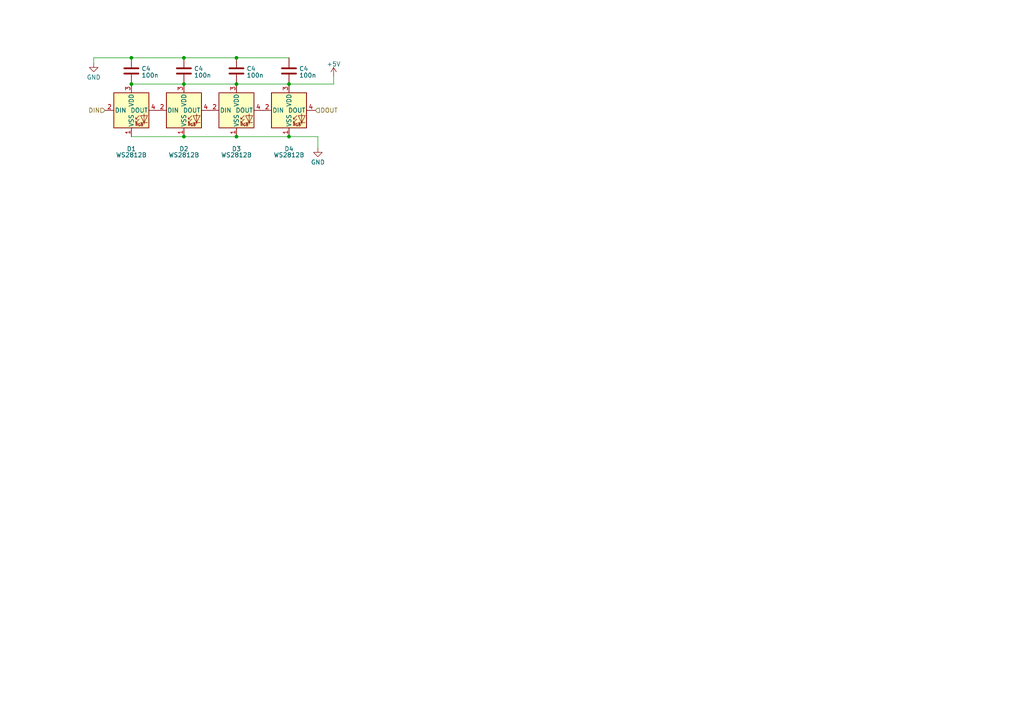
<source format=kicad_sch>
(kicad_sch (version 20230121) (generator eeschema)

  (uuid 8d8bb328-7a63-49f0-9592-43ac2c9414d7)

  (paper "A4")

  (lib_symbols
    (symbol "Device:C" (pin_numbers hide) (pin_names (offset 0.254)) (in_bom yes) (on_board yes)
      (property "Reference" "C" (at 0.635 2.54 0)
        (effects (font (size 1.27 1.27)) (justify left))
      )
      (property "Value" "C" (at 0.635 -2.54 0)
        (effects (font (size 1.27 1.27)) (justify left))
      )
      (property "Footprint" "" (at 0.9652 -3.81 0)
        (effects (font (size 1.27 1.27)) hide)
      )
      (property "Datasheet" "~" (at 0 0 0)
        (effects (font (size 1.27 1.27)) hide)
      )
      (property "ki_keywords" "cap capacitor" (at 0 0 0)
        (effects (font (size 1.27 1.27)) hide)
      )
      (property "ki_description" "Unpolarized capacitor" (at 0 0 0)
        (effects (font (size 1.27 1.27)) hide)
      )
      (property "ki_fp_filters" "C_*" (at 0 0 0)
        (effects (font (size 1.27 1.27)) hide)
      )
      (symbol "C_0_1"
        (polyline
          (pts
            (xy -2.032 -0.762)
            (xy 2.032 -0.762)
          )
          (stroke (width 0.508) (type default))
          (fill (type none))
        )
        (polyline
          (pts
            (xy -2.032 0.762)
            (xy 2.032 0.762)
          )
          (stroke (width 0.508) (type default))
          (fill (type none))
        )
      )
      (symbol "C_1_1"
        (pin passive line (at 0 3.81 270) (length 2.794)
          (name "~" (effects (font (size 1.27 1.27))))
          (number "1" (effects (font (size 1.27 1.27))))
        )
        (pin passive line (at 0 -3.81 90) (length 2.794)
          (name "~" (effects (font (size 1.27 1.27))))
          (number "2" (effects (font (size 1.27 1.27))))
        )
      )
    )
    (symbol "mapacr:XL-2121RGBC-WS2812B" (pin_names (offset 0.254)) (in_bom yes) (on_board yes)
      (property "Reference" "D" (at 5.08 5.715 0)
        (effects (font (size 1.27 1.27)) (justify right bottom))
      )
      (property "Value" "XL-2121RGBC-WS2812B" (at 1.27 -5.715 0)
        (effects (font (size 1.27 1.27)) (justify left top))
      )
      (property "Footprint" "mapacr:XL-2121RGBC-WS2812B" (at 1.27 -7.62 0)
        (effects (font (size 1.27 1.27)) (justify left top) hide)
      )
      (property "Datasheet" "https://datasheet.lcsc.com/lcsc/2301111010_XINGLIGHT-XL-2121RGBC-WS2812B_C5349957.pdf" (at 2.54 -9.525 0)
        (effects (font (size 1.27 1.27)) (justify left top) hide)
      )
      (property "JLCPCB_PART" "C5349957" (at 8.89 -12.7 0)
        (effects (font (size 1.27 1.27)))
      )
      (property "ki_keywords" "RGB LED NeoPixel addressable" (at 0 0 0)
        (effects (font (size 1.27 1.27)) hide)
      )
      (property "ki_description" "RGB LED with integrated controller" (at 0 0 0)
        (effects (font (size 1.27 1.27)) hide)
      )
      (property "ki_fp_filters" "LED*WS2812*PLCC*5.0x5.0mm*P3.2mm*" (at 0 0 0)
        (effects (font (size 1.27 1.27)) hide)
      )
      (symbol "XL-2121RGBC-WS2812B_0_0"
        (text "RGB" (at 2.286 -4.191 0)
          (effects (font (size 0.762 0.762)))
        )
      )
      (symbol "XL-2121RGBC-WS2812B_0_1"
        (rectangle (start -5.08 5.08) (end 5.08 -5.08)
          (stroke (width 0.254) (type default))
          (fill (type background))
        )
        (polyline
          (pts
            (xy 1.27 -3.556)
            (xy 1.778 -3.556)
          )
          (stroke (width 0) (type default))
          (fill (type none))
        )
        (polyline
          (pts
            (xy 1.27 -2.54)
            (xy 1.778 -2.54)
          )
          (stroke (width 0) (type default))
          (fill (type none))
        )
        (polyline
          (pts
            (xy 4.699 -3.556)
            (xy 2.667 -3.556)
          )
          (stroke (width 0) (type default))
          (fill (type none))
        )
        (polyline
          (pts
            (xy 2.286 -2.54)
            (xy 1.27 -3.556)
            (xy 1.27 -3.048)
          )
          (stroke (width 0) (type default))
          (fill (type none))
        )
        (polyline
          (pts
            (xy 2.286 -1.524)
            (xy 1.27 -2.54)
            (xy 1.27 -2.032)
          )
          (stroke (width 0) (type default))
          (fill (type none))
        )
        (polyline
          (pts
            (xy 3.683 -1.016)
            (xy 3.683 -3.556)
            (xy 3.683 -4.064)
          )
          (stroke (width 0) (type default))
          (fill (type none))
        )
        (polyline
          (pts
            (xy 4.699 -1.524)
            (xy 2.667 -1.524)
            (xy 3.683 -3.556)
            (xy 4.699 -1.524)
          )
          (stroke (width 0) (type default))
          (fill (type none))
        )
      )
      (symbol "XL-2121RGBC-WS2812B_1_1"
        (pin power_in line (at 0 -7.62 90) (length 2.54)
          (name "VSS" (effects (font (size 1.27 1.27))))
          (number "1" (effects (font (size 1.27 1.27))))
        )
        (pin input line (at -7.62 0 0) (length 2.54)
          (name "DIN" (effects (font (size 1.27 1.27))))
          (number "2" (effects (font (size 1.27 1.27))))
        )
        (pin power_in line (at 0 7.62 270) (length 2.54)
          (name "VDD" (effects (font (size 1.27 1.27))))
          (number "3" (effects (font (size 1.27 1.27))))
        )
        (pin output line (at 7.62 0 180) (length 2.54)
          (name "DOUT" (effects (font (size 1.27 1.27))))
          (number "4" (effects (font (size 1.27 1.27))))
        )
      )
    )
    (symbol "power:+5V" (power) (pin_names (offset 0)) (in_bom yes) (on_board yes)
      (property "Reference" "#PWR" (at 0 -3.81 0)
        (effects (font (size 1.27 1.27)) hide)
      )
      (property "Value" "+5V" (at 0 3.556 0)
        (effects (font (size 1.27 1.27)))
      )
      (property "Footprint" "" (at 0 0 0)
        (effects (font (size 1.27 1.27)) hide)
      )
      (property "Datasheet" "" (at 0 0 0)
        (effects (font (size 1.27 1.27)) hide)
      )
      (property "ki_keywords" "global power" (at 0 0 0)
        (effects (font (size 1.27 1.27)) hide)
      )
      (property "ki_description" "Power symbol creates a global label with name \"+5V\"" (at 0 0 0)
        (effects (font (size 1.27 1.27)) hide)
      )
      (symbol "+5V_0_1"
        (polyline
          (pts
            (xy -0.762 1.27)
            (xy 0 2.54)
          )
          (stroke (width 0) (type default))
          (fill (type none))
        )
        (polyline
          (pts
            (xy 0 0)
            (xy 0 2.54)
          )
          (stroke (width 0) (type default))
          (fill (type none))
        )
        (polyline
          (pts
            (xy 0 2.54)
            (xy 0.762 1.27)
          )
          (stroke (width 0) (type default))
          (fill (type none))
        )
      )
      (symbol "+5V_1_1"
        (pin power_in line (at 0 0 90) (length 0) hide
          (name "+5V" (effects (font (size 1.27 1.27))))
          (number "1" (effects (font (size 1.27 1.27))))
        )
      )
    )
    (symbol "power:GND" (power) (pin_names (offset 0)) (in_bom yes) (on_board yes)
      (property "Reference" "#PWR" (at 0 -6.35 0)
        (effects (font (size 1.27 1.27)) hide)
      )
      (property "Value" "GND" (at 0 -3.81 0)
        (effects (font (size 1.27 1.27)))
      )
      (property "Footprint" "" (at 0 0 0)
        (effects (font (size 1.27 1.27)) hide)
      )
      (property "Datasheet" "" (at 0 0 0)
        (effects (font (size 1.27 1.27)) hide)
      )
      (property "ki_keywords" "global power" (at 0 0 0)
        (effects (font (size 1.27 1.27)) hide)
      )
      (property "ki_description" "Power symbol creates a global label with name \"GND\" , ground" (at 0 0 0)
        (effects (font (size 1.27 1.27)) hide)
      )
      (symbol "GND_0_1"
        (polyline
          (pts
            (xy 0 0)
            (xy 0 -1.27)
            (xy 1.27 -1.27)
            (xy 0 -2.54)
            (xy -1.27 -1.27)
            (xy 0 -1.27)
          )
          (stroke (width 0) (type default))
          (fill (type none))
        )
      )
      (symbol "GND_1_1"
        (pin power_in line (at 0 0 270) (length 0) hide
          (name "GND" (effects (font (size 1.27 1.27))))
          (number "1" (effects (font (size 1.27 1.27))))
        )
      )
    )
  )

  (junction (at 53.34 24.384) (diameter 0) (color 0 0 0 0)
    (uuid 01047e34-fd3b-41c1-b020-04c115adbf36)
  )
  (junction (at 68.58 39.624) (diameter 0) (color 0 0 0 0)
    (uuid 115712de-ebdd-44cd-b38a-f6e429661290)
  )
  (junction (at 38.1 16.764) (diameter 0) (color 0 0 0 0)
    (uuid 68660f96-b025-498a-8ce0-c11713b883c4)
  )
  (junction (at 68.58 16.764) (diameter 0) (color 0 0 0 0)
    (uuid 6933934f-2474-47c3-b5a2-649293d2e2dc)
  )
  (junction (at 83.82 39.624) (diameter 0) (color 0 0 0 0)
    (uuid 915d7470-41ba-45da-96e8-8076fe0fc040)
  )
  (junction (at 83.82 24.384) (diameter 0) (color 0 0 0 0)
    (uuid a0c98261-7fc4-4232-a753-84a83af256fd)
  )
  (junction (at 53.34 39.624) (diameter 0) (color 0 0 0 0)
    (uuid c00b779e-6b42-439d-8bbb-7f3760791a57)
  )
  (junction (at 53.34 16.764) (diameter 0) (color 0 0 0 0)
    (uuid c7402c0e-8499-4a72-8112-89b14233d17e)
  )
  (junction (at 68.58 24.384) (diameter 0) (color 0 0 0 0)
    (uuid dbf058b2-ae77-4fa4-964d-94cfbebc4c26)
  )
  (junction (at 38.1 24.384) (diameter 0) (color 0 0 0 0)
    (uuid f8f5fab6-0398-4239-b929-8ec945e96a4c)
  )

  (wire (pts (xy 53.34 16.764) (xy 38.1 16.764))
    (stroke (width 0) (type default))
    (uuid 04ec645d-e8b6-45fa-8c05-964265416a3e)
  )
  (wire (pts (xy 38.1 16.764) (xy 27.178 16.764))
    (stroke (width 0) (type default))
    (uuid 187bc13d-46e8-44d5-8e3e-b39ab3274e9d)
  )
  (wire (pts (xy 92.202 39.624) (xy 92.202 42.926))
    (stroke (width 0) (type default))
    (uuid 32bf59c5-fbc2-454a-8647-cfe2d70e5112)
  )
  (wire (pts (xy 38.1 24.384) (xy 53.34 24.384))
    (stroke (width 0) (type default))
    (uuid 3ece8a64-f4b4-45e7-a333-32b8ff80bef0)
  )
  (wire (pts (xy 27.178 16.764) (xy 27.178 18.288))
    (stroke (width 0) (type default))
    (uuid 5890c26b-bd07-4d2e-a197-94caeac3c671)
  )
  (wire (pts (xy 38.1 39.624) (xy 53.34 39.624))
    (stroke (width 0) (type default))
    (uuid 675899c9-534e-49b1-93bb-8a98b7c7647e)
  )
  (wire (pts (xy 53.34 24.384) (xy 68.58 24.384))
    (stroke (width 0) (type default))
    (uuid 6d13fdc7-47ce-4cd6-82cf-9c141fc980d4)
  )
  (wire (pts (xy 83.82 24.384) (xy 96.774 24.384))
    (stroke (width 0) (type default))
    (uuid 998753a2-b1b5-4211-a9e6-6a6f4607bb5d)
  )
  (wire (pts (xy 83.82 16.764) (xy 68.58 16.764))
    (stroke (width 0) (type default))
    (uuid a0ec93ab-078b-4931-92b1-bc8fb532d97b)
  )
  (wire (pts (xy 53.34 39.624) (xy 68.58 39.624))
    (stroke (width 0) (type default))
    (uuid a36a33c1-b767-4040-bc62-4bd6b2e9f788)
  )
  (wire (pts (xy 96.774 22.098) (xy 96.774 24.384))
    (stroke (width 0) (type default))
    (uuid cca3d459-22e7-4848-a153-e6a31ae5a93c)
  )
  (wire (pts (xy 68.58 39.624) (xy 83.82 39.624))
    (stroke (width 0) (type default))
    (uuid d2867f2c-f980-4a4f-b59a-caf0f07c1204)
  )
  (wire (pts (xy 68.58 24.384) (xy 83.82 24.384))
    (stroke (width 0) (type default))
    (uuid fb886a46-dbea-4921-b196-767ec891fbf8)
  )
  (wire (pts (xy 83.82 39.624) (xy 92.202 39.624))
    (stroke (width 0) (type default))
    (uuid ff48a353-e403-4fab-9115-7451372fedcb)
  )
  (wire (pts (xy 68.58 16.764) (xy 53.34 16.764))
    (stroke (width 0) (type default))
    (uuid ff4e2340-5714-48ea-8dc2-56c72dc96544)
  )

  (hierarchical_label "DIN" (shape input) (at 30.48 32.004 180) (fields_autoplaced)
    (effects (font (size 1.27 1.27)) (justify right))
    (uuid 0ddf8c14-89c9-4d05-8cdc-cda5a4ec2d92)
  )
  (hierarchical_label "DOUT" (shape input) (at 91.44 32.004 0) (fields_autoplaced)
    (effects (font (size 1.27 1.27)) (justify left))
    (uuid 55d84dd9-1af2-4c9d-ade8-900f2120be5a)
  )

  (symbol (lib_id "mapacr:XL-2121RGBC-WS2812B") (at 68.58 32.004 0) (unit 1)
    (in_bom yes) (on_board yes) (dnp no)
    (uuid 1f3d7d8f-cd28-44eb-a720-1067376b6ad6)
    (property "Reference" "D3" (at 68.58 43.18 0)
      (effects (font (size 1.27 1.27)))
    )
    (property "Value" "WS2812B" (at 68.58 44.958 0)
      (effects (font (size 1.27 1.27)))
    )
    (property "Footprint" "mapacr:XL-2121RGBC-WS2812B" (at 69.85 39.624 0)
      (effects (font (size 1.27 1.27)) (justify left top) hide)
    )
    (property "Datasheet" "https://datasheet.lcsc.com/lcsc/2301111010_XINGLIGHT-XL-2121RGBC-WS2812B_C5349957.pdf" (at 71.12 41.529 0)
      (effects (font (size 1.27 1.27)) (justify left top) hide)
    )
    (property "JLCPCB_PART" "C5349957" (at 68.58 32.004 0)
      (effects (font (size 1.27 1.27)) hide)
    )
    (pin "1" (uuid 4f30833b-e371-4f3e-9872-9b82c1b747bc))
    (pin "2" (uuid b66a71a5-3623-4d5d-a72a-339e745b16c2))
    (pin "3" (uuid e8382f29-9aa7-4900-a2cb-e77253a085f1))
    (pin "4" (uuid 57f367f8-c6cb-4afa-936b-49fa8d783718))
    (instances
      (project "mapacr_budget"
        (path "/71b974b8-1ba1-4062-b002-6a1a7fefb29b/f52dec1b-c982-41db-b30e-ceff01a37811"
          (reference "D3") (unit 1)
        )
        (path "/71b974b8-1ba1-4062-b002-6a1a7fefb29b/402cd8cc-f516-424c-85a0-522f37d43c49"
          (reference "D62") (unit 1)
        )
        (path "/71b974b8-1ba1-4062-b002-6a1a7fefb29b/406a379a-0026-4462-a438-13893326d56e"
          (reference "D69") (unit 1)
        )
        (path "/71b974b8-1ba1-4062-b002-6a1a7fefb29b/61e8544f-1984-44ab-b3c9-02e9f2cb8537"
          (reference "D101") (unit 1)
        )
        (path "/71b974b8-1ba1-4062-b002-6a1a7fefb29b/45742699-6e65-4de0-9a9f-deffae99a3e2"
          (reference "D114") (unit 1)
        )
        (path "/71b974b8-1ba1-4062-b002-6a1a7fefb29b/fd207ae8-3562-48d7-a269-49069aa87ee2"
          (reference "D135") (unit 1)
        )
        (path "/71b974b8-1ba1-4062-b002-6a1a7fefb29b/efb310ba-6218-4192-a0b7-3542a75ac5f7"
          (reference "D149") (unit 1)
        )
        (path "/71b974b8-1ba1-4062-b002-6a1a7fefb29b/9ae854d1-0d72-426c-85fa-670aa3eaa4e9"
          (reference "D170") (unit 1)
        )
        (path "/71b974b8-1ba1-4062-b002-6a1a7fefb29b/4d9fab85-4e20-4961-b776-60f98c0c1888"
          (reference "D185") (unit 1)
        )
        (path "/71b974b8-1ba1-4062-b002-6a1a7fefb29b/78103047-5bab-49fc-ab7a-b39956314c55"
          (reference "D200") (unit 1)
        )
      )
    )
  )

  (symbol (lib_id "power:GND") (at 92.202 42.926 0) (unit 1)
    (in_bom yes) (on_board yes) (dnp no) (fields_autoplaced)
    (uuid 3d76f79f-e93d-4b79-bb17-be83d2854340)
    (property "Reference" "#PWR02" (at 92.202 49.276 0)
      (effects (font (size 1.27 1.27)) hide)
    )
    (property "Value" "GND" (at 92.202 47.0615 0)
      (effects (font (size 1.27 1.27)))
    )
    (property "Footprint" "" (at 92.202 42.926 0)
      (effects (font (size 1.27 1.27)) hide)
    )
    (property "Datasheet" "" (at 92.202 42.926 0)
      (effects (font (size 1.27 1.27)) hide)
    )
    (pin "1" (uuid 8e4c9fff-ca5e-4ce2-8f8b-be553e423cdf))
    (instances
      (project "mapacr_budget"
        (path "/71b974b8-1ba1-4062-b002-6a1a7fefb29b/f52dec1b-c982-41db-b30e-ceff01a37811"
          (reference "#PWR02") (unit 1)
        )
        (path "/71b974b8-1ba1-4062-b002-6a1a7fefb29b/402cd8cc-f516-424c-85a0-522f37d43c49"
          (reference "#PWR020") (unit 1)
        )
        (path "/71b974b8-1ba1-4062-b002-6a1a7fefb29b/406a379a-0026-4462-a438-13893326d56e"
          (reference "#PWR026") (unit 1)
        )
        (path "/71b974b8-1ba1-4062-b002-6a1a7fefb29b/61e8544f-1984-44ab-b3c9-02e9f2cb8537"
          (reference "#PWR038") (unit 1)
        )
        (path "/71b974b8-1ba1-4062-b002-6a1a7fefb29b/45742699-6e65-4de0-9a9f-deffae99a3e2"
          (reference "#PWR044") (unit 1)
        )
        (path "/71b974b8-1ba1-4062-b002-6a1a7fefb29b/fd207ae8-3562-48d7-a269-49069aa87ee2"
          (reference "#PWR050") (unit 1)
        )
        (path "/71b974b8-1ba1-4062-b002-6a1a7fefb29b/efb310ba-6218-4192-a0b7-3542a75ac5f7"
          (reference "#PWR056") (unit 1)
        )
        (path "/71b974b8-1ba1-4062-b002-6a1a7fefb29b/9ae854d1-0d72-426c-85fa-670aa3eaa4e9"
          (reference "#PWR062") (unit 1)
        )
        (path "/71b974b8-1ba1-4062-b002-6a1a7fefb29b/4d9fab85-4e20-4961-b776-60f98c0c1888"
          (reference "#PWR070") (unit 1)
        )
        (path "/71b974b8-1ba1-4062-b002-6a1a7fefb29b/78103047-5bab-49fc-ab7a-b39956314c55"
          (reference "#PWR078") (unit 1)
        )
      )
    )
  )

  (symbol (lib_id "Device:C") (at 53.34 20.574 0) (unit 1)
    (in_bom yes) (on_board yes) (dnp no) (fields_autoplaced)
    (uuid 4c6c8b96-7361-46cb-b6d9-d2f9e249e93b)
    (property "Reference" "C4" (at 56.261 19.9303 0)
      (effects (font (size 1.27 1.27)) (justify left))
    )
    (property "Value" "100n" (at 56.261 21.8513 0)
      (effects (font (size 1.27 1.27)) (justify left))
    )
    (property "Footprint" "Capacitor_SMD:C_0402_1005Metric" (at 54.3052 24.384 0)
      (effects (font (size 1.27 1.27)) hide)
    )
    (property "Datasheet" "~" (at 53.34 20.574 0)
      (effects (font (size 1.27 1.27)) hide)
    )
    (property "JLCPCB_PART" "C1525" (at 53.34 20.574 0)
      (effects (font (size 1.27 1.27)) hide)
    )
    (pin "1" (uuid 27170c40-6490-453c-a48d-fa8fa6150a0e))
    (pin "2" (uuid 669faf90-e212-4e4c-873d-3c7ad640d873))
    (instances
      (project "mapacr_budget"
        (path "/71b974b8-1ba1-4062-b002-6a1a7fefb29b"
          (reference "C4") (unit 1)
        )
        (path "/71b974b8-1ba1-4062-b002-6a1a7fefb29b/f52dec1b-c982-41db-b30e-ceff01a37811"
          (reference "C21") (unit 1)
        )
        (path "/71b974b8-1ba1-4062-b002-6a1a7fefb29b/402cd8cc-f516-424c-85a0-522f37d43c49"
          (reference "C22") (unit 1)
        )
        (path "/71b974b8-1ba1-4062-b002-6a1a7fefb29b/406a379a-0026-4462-a438-13893326d56e"
          (reference "C23") (unit 1)
        )
        (path "/71b974b8-1ba1-4062-b002-6a1a7fefb29b/61e8544f-1984-44ab-b3c9-02e9f2cb8537"
          (reference "C24") (unit 1)
        )
        (path "/71b974b8-1ba1-4062-b002-6a1a7fefb29b/45742699-6e65-4de0-9a9f-deffae99a3e2"
          (reference "C25") (unit 1)
        )
        (path "/71b974b8-1ba1-4062-b002-6a1a7fefb29b/fd207ae8-3562-48d7-a269-49069aa87ee2"
          (reference "C26") (unit 1)
        )
        (path "/71b974b8-1ba1-4062-b002-6a1a7fefb29b/efb310ba-6218-4192-a0b7-3542a75ac5f7"
          (reference "C27") (unit 1)
        )
        (path "/71b974b8-1ba1-4062-b002-6a1a7fefb29b/9ae854d1-0d72-426c-85fa-670aa3eaa4e9"
          (reference "C28") (unit 1)
        )
        (path "/71b974b8-1ba1-4062-b002-6a1a7fefb29b/4d9fab85-4e20-4961-b776-60f98c0c1888"
          (reference "C29") (unit 1)
        )
        (path "/71b974b8-1ba1-4062-b002-6a1a7fefb29b/78103047-5bab-49fc-ab7a-b39956314c55"
          (reference "C30") (unit 1)
        )
      )
      (project "mapacr_controller"
        (path "/c2c1ed0a-c892-43f8-b0d8-e01dd6d47873"
          (reference "C4") (unit 1)
        )
      )
    )
  )

  (symbol (lib_id "power:+5V") (at 96.774 22.098 0) (unit 1)
    (in_bom yes) (on_board yes) (dnp no) (fields_autoplaced)
    (uuid 585d3ce0-f679-4bad-8035-9a6d16a64544)
    (property "Reference" "#PWR01" (at 96.774 25.908 0)
      (effects (font (size 1.27 1.27)) hide)
    )
    (property "Value" "+5V" (at 96.774 18.5961 0)
      (effects (font (size 1.27 1.27)))
    )
    (property "Footprint" "" (at 96.774 22.098 0)
      (effects (font (size 1.27 1.27)) hide)
    )
    (property "Datasheet" "" (at 96.774 22.098 0)
      (effects (font (size 1.27 1.27)) hide)
    )
    (pin "1" (uuid 57320ffe-7ce1-40e2-b437-0660642fe674))
    (instances
      (project "mapacr_budget"
        (path "/71b974b8-1ba1-4062-b002-6a1a7fefb29b/f52dec1b-c982-41db-b30e-ceff01a37811"
          (reference "#PWR01") (unit 1)
        )
        (path "/71b974b8-1ba1-4062-b002-6a1a7fefb29b/402cd8cc-f516-424c-85a0-522f37d43c49"
          (reference "#PWR019") (unit 1)
        )
        (path "/71b974b8-1ba1-4062-b002-6a1a7fefb29b/406a379a-0026-4462-a438-13893326d56e"
          (reference "#PWR025") (unit 1)
        )
        (path "/71b974b8-1ba1-4062-b002-6a1a7fefb29b/61e8544f-1984-44ab-b3c9-02e9f2cb8537"
          (reference "#PWR037") (unit 1)
        )
        (path "/71b974b8-1ba1-4062-b002-6a1a7fefb29b/45742699-6e65-4de0-9a9f-deffae99a3e2"
          (reference "#PWR043") (unit 1)
        )
        (path "/71b974b8-1ba1-4062-b002-6a1a7fefb29b/fd207ae8-3562-48d7-a269-49069aa87ee2"
          (reference "#PWR049") (unit 1)
        )
        (path "/71b974b8-1ba1-4062-b002-6a1a7fefb29b/efb310ba-6218-4192-a0b7-3542a75ac5f7"
          (reference "#PWR055") (unit 1)
        )
        (path "/71b974b8-1ba1-4062-b002-6a1a7fefb29b/9ae854d1-0d72-426c-85fa-670aa3eaa4e9"
          (reference "#PWR061") (unit 1)
        )
        (path "/71b974b8-1ba1-4062-b002-6a1a7fefb29b/4d9fab85-4e20-4961-b776-60f98c0c1888"
          (reference "#PWR069") (unit 1)
        )
        (path "/71b974b8-1ba1-4062-b002-6a1a7fefb29b/78103047-5bab-49fc-ab7a-b39956314c55"
          (reference "#PWR077") (unit 1)
        )
      )
    )
  )

  (symbol (lib_id "mapacr:XL-2121RGBC-WS2812B") (at 53.34 32.004 0) (unit 1)
    (in_bom yes) (on_board yes) (dnp no)
    (uuid 7ec2074e-7e5c-4978-b6f5-7238499ffb11)
    (property "Reference" "D2" (at 53.34 43.18 0)
      (effects (font (size 1.27 1.27)))
    )
    (property "Value" "WS2812B" (at 53.34 44.958 0)
      (effects (font (size 1.27 1.27)))
    )
    (property "Footprint" "mapacr:XL-2121RGBC-WS2812B" (at 54.61 39.624 0)
      (effects (font (size 1.27 1.27)) (justify left top) hide)
    )
    (property "Datasheet" "https://datasheet.lcsc.com/lcsc/2301111010_XINGLIGHT-XL-2121RGBC-WS2812B_C5349957.pdf" (at 55.88 41.529 0)
      (effects (font (size 1.27 1.27)) (justify left top) hide)
    )
    (property "JLCPCB_PART" "C5349957" (at 53.34 32.004 0)
      (effects (font (size 1.27 1.27)) hide)
    )
    (pin "1" (uuid 2d2baa30-f12b-465e-bf47-0cac32fe749d))
    (pin "2" (uuid 648e18d4-c123-4bdd-8763-844069776c67))
    (pin "3" (uuid c2e6bbb5-0b92-4c3b-b983-1a2fe6baa586))
    (pin "4" (uuid 198faba4-e900-48d4-bbfc-c97a0d722475))
    (instances
      (project "mapacr_budget"
        (path "/71b974b8-1ba1-4062-b002-6a1a7fefb29b/f52dec1b-c982-41db-b30e-ceff01a37811"
          (reference "D2") (unit 1)
        )
        (path "/71b974b8-1ba1-4062-b002-6a1a7fefb29b/402cd8cc-f516-424c-85a0-522f37d43c49"
          (reference "D61") (unit 1)
        )
        (path "/71b974b8-1ba1-4062-b002-6a1a7fefb29b/406a379a-0026-4462-a438-13893326d56e"
          (reference "D68") (unit 1)
        )
        (path "/71b974b8-1ba1-4062-b002-6a1a7fefb29b/61e8544f-1984-44ab-b3c9-02e9f2cb8537"
          (reference "D100") (unit 1)
        )
        (path "/71b974b8-1ba1-4062-b002-6a1a7fefb29b/45742699-6e65-4de0-9a9f-deffae99a3e2"
          (reference "D113") (unit 1)
        )
        (path "/71b974b8-1ba1-4062-b002-6a1a7fefb29b/fd207ae8-3562-48d7-a269-49069aa87ee2"
          (reference "D134") (unit 1)
        )
        (path "/71b974b8-1ba1-4062-b002-6a1a7fefb29b/efb310ba-6218-4192-a0b7-3542a75ac5f7"
          (reference "D148") (unit 1)
        )
        (path "/71b974b8-1ba1-4062-b002-6a1a7fefb29b/9ae854d1-0d72-426c-85fa-670aa3eaa4e9"
          (reference "D169") (unit 1)
        )
        (path "/71b974b8-1ba1-4062-b002-6a1a7fefb29b/4d9fab85-4e20-4961-b776-60f98c0c1888"
          (reference "D184") (unit 1)
        )
        (path "/71b974b8-1ba1-4062-b002-6a1a7fefb29b/78103047-5bab-49fc-ab7a-b39956314c55"
          (reference "D199") (unit 1)
        )
      )
    )
  )

  (symbol (lib_id "mapacr:XL-2121RGBC-WS2812B") (at 83.82 32.004 0) (unit 1)
    (in_bom yes) (on_board yes) (dnp no)
    (uuid 99557d62-4c86-49ed-addc-6482729b6911)
    (property "Reference" "D4" (at 83.82 43.18 0)
      (effects (font (size 1.27 1.27)))
    )
    (property "Value" "WS2812B" (at 83.82 44.958 0)
      (effects (font (size 1.27 1.27)))
    )
    (property "Footprint" "mapacr:XL-2121RGBC-WS2812B" (at 85.09 39.624 0)
      (effects (font (size 1.27 1.27)) (justify left top) hide)
    )
    (property "Datasheet" "https://datasheet.lcsc.com/lcsc/2301111010_XINGLIGHT-XL-2121RGBC-WS2812B_C5349957.pdf" (at 86.36 41.529 0)
      (effects (font (size 1.27 1.27)) (justify left top) hide)
    )
    (property "JLCPCB_PART" "C5349957" (at 83.82 32.004 0)
      (effects (font (size 1.27 1.27)) hide)
    )
    (pin "1" (uuid ca409392-4992-4098-a72f-bb791a2379ab))
    (pin "2" (uuid 7df4456d-831a-4437-8a7c-ed96dfff4131))
    (pin "3" (uuid 88f70602-d14c-49f8-8732-6ac1619364c5))
    (pin "4" (uuid 6dfeae04-e768-4076-91c6-ba6af67a86e7))
    (instances
      (project "mapacr_budget"
        (path "/71b974b8-1ba1-4062-b002-6a1a7fefb29b/f52dec1b-c982-41db-b30e-ceff01a37811"
          (reference "D4") (unit 1)
        )
        (path "/71b974b8-1ba1-4062-b002-6a1a7fefb29b/402cd8cc-f516-424c-85a0-522f37d43c49"
          (reference "D63") (unit 1)
        )
        (path "/71b974b8-1ba1-4062-b002-6a1a7fefb29b/406a379a-0026-4462-a438-13893326d56e"
          (reference "D70") (unit 1)
        )
        (path "/71b974b8-1ba1-4062-b002-6a1a7fefb29b/61e8544f-1984-44ab-b3c9-02e9f2cb8537"
          (reference "D102") (unit 1)
        )
        (path "/71b974b8-1ba1-4062-b002-6a1a7fefb29b/45742699-6e65-4de0-9a9f-deffae99a3e2"
          (reference "D115") (unit 1)
        )
        (path "/71b974b8-1ba1-4062-b002-6a1a7fefb29b/fd207ae8-3562-48d7-a269-49069aa87ee2"
          (reference "D136") (unit 1)
        )
        (path "/71b974b8-1ba1-4062-b002-6a1a7fefb29b/efb310ba-6218-4192-a0b7-3542a75ac5f7"
          (reference "D150") (unit 1)
        )
        (path "/71b974b8-1ba1-4062-b002-6a1a7fefb29b/9ae854d1-0d72-426c-85fa-670aa3eaa4e9"
          (reference "D171") (unit 1)
        )
        (path "/71b974b8-1ba1-4062-b002-6a1a7fefb29b/4d9fab85-4e20-4961-b776-60f98c0c1888"
          (reference "D186") (unit 1)
        )
        (path "/71b974b8-1ba1-4062-b002-6a1a7fefb29b/78103047-5bab-49fc-ab7a-b39956314c55"
          (reference "D201") (unit 1)
        )
      )
    )
  )

  (symbol (lib_id "Device:C") (at 83.82 20.574 0) (unit 1)
    (in_bom yes) (on_board yes) (dnp no) (fields_autoplaced)
    (uuid bad00e95-2d35-437d-9dfa-1a41c25d4906)
    (property "Reference" "C4" (at 86.741 19.9303 0)
      (effects (font (size 1.27 1.27)) (justify left))
    )
    (property "Value" "100n" (at 86.741 21.8513 0)
      (effects (font (size 1.27 1.27)) (justify left))
    )
    (property "Footprint" "Capacitor_SMD:C_0402_1005Metric" (at 84.7852 24.384 0)
      (effects (font (size 1.27 1.27)) hide)
    )
    (property "Datasheet" "~" (at 83.82 20.574 0)
      (effects (font (size 1.27 1.27)) hide)
    )
    (property "JLCPCB_PART" "C1525" (at 83.82 20.574 0)
      (effects (font (size 1.27 1.27)) hide)
    )
    (pin "1" (uuid 06133172-e6c7-44ff-a991-c9d9872e1989))
    (pin "2" (uuid 46155606-6e40-48d2-9116-f9201a80d573))
    (instances
      (project "mapacr_budget"
        (path "/71b974b8-1ba1-4062-b002-6a1a7fefb29b"
          (reference "C4") (unit 1)
        )
        (path "/71b974b8-1ba1-4062-b002-6a1a7fefb29b/f52dec1b-c982-41db-b30e-ceff01a37811"
          (reference "C41") (unit 1)
        )
        (path "/71b974b8-1ba1-4062-b002-6a1a7fefb29b/402cd8cc-f516-424c-85a0-522f37d43c49"
          (reference "C42") (unit 1)
        )
        (path "/71b974b8-1ba1-4062-b002-6a1a7fefb29b/406a379a-0026-4462-a438-13893326d56e"
          (reference "C43") (unit 1)
        )
        (path "/71b974b8-1ba1-4062-b002-6a1a7fefb29b/61e8544f-1984-44ab-b3c9-02e9f2cb8537"
          (reference "C44") (unit 1)
        )
        (path "/71b974b8-1ba1-4062-b002-6a1a7fefb29b/45742699-6e65-4de0-9a9f-deffae99a3e2"
          (reference "C45") (unit 1)
        )
        (path "/71b974b8-1ba1-4062-b002-6a1a7fefb29b/fd207ae8-3562-48d7-a269-49069aa87ee2"
          (reference "C46") (unit 1)
        )
        (path "/71b974b8-1ba1-4062-b002-6a1a7fefb29b/efb310ba-6218-4192-a0b7-3542a75ac5f7"
          (reference "C47") (unit 1)
        )
        (path "/71b974b8-1ba1-4062-b002-6a1a7fefb29b/9ae854d1-0d72-426c-85fa-670aa3eaa4e9"
          (reference "C48") (unit 1)
        )
        (path "/71b974b8-1ba1-4062-b002-6a1a7fefb29b/4d9fab85-4e20-4961-b776-60f98c0c1888"
          (reference "C49") (unit 1)
        )
        (path "/71b974b8-1ba1-4062-b002-6a1a7fefb29b/78103047-5bab-49fc-ab7a-b39956314c55"
          (reference "C50") (unit 1)
        )
      )
      (project "mapacr_controller"
        (path "/c2c1ed0a-c892-43f8-b0d8-e01dd6d47873"
          (reference "C4") (unit 1)
        )
      )
    )
  )

  (symbol (lib_id "power:GND") (at 27.178 18.288 0) (unit 1)
    (in_bom yes) (on_board yes) (dnp no) (fields_autoplaced)
    (uuid f58ef67c-a989-435c-93ee-89e22a3ab8b5)
    (property "Reference" "#PWR0110" (at 27.178 24.638 0)
      (effects (font (size 1.27 1.27)) hide)
    )
    (property "Value" "GND" (at 27.178 22.4235 0)
      (effects (font (size 1.27 1.27)))
    )
    (property "Footprint" "" (at 27.178 18.288 0)
      (effects (font (size 1.27 1.27)) hide)
    )
    (property "Datasheet" "" (at 27.178 18.288 0)
      (effects (font (size 1.27 1.27)) hide)
    )
    (pin "1" (uuid 66c1ea15-40d1-423a-a3bb-e90deab03c2a))
    (instances
      (project "mapacr_budget"
        (path "/71b974b8-1ba1-4062-b002-6a1a7fefb29b/f52dec1b-c982-41db-b30e-ceff01a37811"
          (reference "#PWR0110") (unit 1)
        )
        (path "/71b974b8-1ba1-4062-b002-6a1a7fefb29b/402cd8cc-f516-424c-85a0-522f37d43c49"
          (reference "#PWR0111") (unit 1)
        )
        (path "/71b974b8-1ba1-4062-b002-6a1a7fefb29b/406a379a-0026-4462-a438-13893326d56e"
          (reference "#PWR0112") (unit 1)
        )
        (path "/71b974b8-1ba1-4062-b002-6a1a7fefb29b/61e8544f-1984-44ab-b3c9-02e9f2cb8537"
          (reference "#PWR0113") (unit 1)
        )
        (path "/71b974b8-1ba1-4062-b002-6a1a7fefb29b/45742699-6e65-4de0-9a9f-deffae99a3e2"
          (reference "#PWR0114") (unit 1)
        )
        (path "/71b974b8-1ba1-4062-b002-6a1a7fefb29b/fd207ae8-3562-48d7-a269-49069aa87ee2"
          (reference "#PWR0115") (unit 1)
        )
        (path "/71b974b8-1ba1-4062-b002-6a1a7fefb29b/efb310ba-6218-4192-a0b7-3542a75ac5f7"
          (reference "#PWR0116") (unit 1)
        )
        (path "/71b974b8-1ba1-4062-b002-6a1a7fefb29b/9ae854d1-0d72-426c-85fa-670aa3eaa4e9"
          (reference "#PWR0117") (unit 1)
        )
        (path "/71b974b8-1ba1-4062-b002-6a1a7fefb29b/4d9fab85-4e20-4961-b776-60f98c0c1888"
          (reference "#PWR0118") (unit 1)
        )
        (path "/71b974b8-1ba1-4062-b002-6a1a7fefb29b/78103047-5bab-49fc-ab7a-b39956314c55"
          (reference "#PWR0119") (unit 1)
        )
      )
    )
  )

  (symbol (lib_id "Device:C") (at 38.1 20.574 0) (unit 1)
    (in_bom yes) (on_board yes) (dnp no) (fields_autoplaced)
    (uuid f6ba048d-3581-4513-a4a8-861c18ceb902)
    (property "Reference" "C4" (at 41.021 19.9303 0)
      (effects (font (size 1.27 1.27)) (justify left))
    )
    (property "Value" "100n" (at 41.021 21.8513 0)
      (effects (font (size 1.27 1.27)) (justify left))
    )
    (property "Footprint" "Capacitor_SMD:C_0402_1005Metric" (at 39.0652 24.384 0)
      (effects (font (size 1.27 1.27)) hide)
    )
    (property "Datasheet" "~" (at 38.1 20.574 0)
      (effects (font (size 1.27 1.27)) hide)
    )
    (property "JLCPCB_PART" "C1525" (at 38.1 20.574 0)
      (effects (font (size 1.27 1.27)) hide)
    )
    (pin "1" (uuid a1b425f6-e1c2-41c4-8f1f-c86b2e72c4df))
    (pin "2" (uuid 38ce0d72-3906-4f8c-9b83-1641830bb8b7))
    (instances
      (project "mapacr_budget"
        (path "/71b974b8-1ba1-4062-b002-6a1a7fefb29b"
          (reference "C4") (unit 1)
        )
        (path "/71b974b8-1ba1-4062-b002-6a1a7fefb29b/f52dec1b-c982-41db-b30e-ceff01a37811"
          (reference "C11") (unit 1)
        )
        (path "/71b974b8-1ba1-4062-b002-6a1a7fefb29b/402cd8cc-f516-424c-85a0-522f37d43c49"
          (reference "C12") (unit 1)
        )
        (path "/71b974b8-1ba1-4062-b002-6a1a7fefb29b/406a379a-0026-4462-a438-13893326d56e"
          (reference "C13") (unit 1)
        )
        (path "/71b974b8-1ba1-4062-b002-6a1a7fefb29b/61e8544f-1984-44ab-b3c9-02e9f2cb8537"
          (reference "C14") (unit 1)
        )
        (path "/71b974b8-1ba1-4062-b002-6a1a7fefb29b/45742699-6e65-4de0-9a9f-deffae99a3e2"
          (reference "C15") (unit 1)
        )
        (path "/71b974b8-1ba1-4062-b002-6a1a7fefb29b/fd207ae8-3562-48d7-a269-49069aa87ee2"
          (reference "C16") (unit 1)
        )
        (path "/71b974b8-1ba1-4062-b002-6a1a7fefb29b/efb310ba-6218-4192-a0b7-3542a75ac5f7"
          (reference "C17") (unit 1)
        )
        (path "/71b974b8-1ba1-4062-b002-6a1a7fefb29b/9ae854d1-0d72-426c-85fa-670aa3eaa4e9"
          (reference "C18") (unit 1)
        )
        (path "/71b974b8-1ba1-4062-b002-6a1a7fefb29b/4d9fab85-4e20-4961-b776-60f98c0c1888"
          (reference "C19") (unit 1)
        )
        (path "/71b974b8-1ba1-4062-b002-6a1a7fefb29b/78103047-5bab-49fc-ab7a-b39956314c55"
          (reference "C20") (unit 1)
        )
      )
      (project "mapacr_controller"
        (path "/c2c1ed0a-c892-43f8-b0d8-e01dd6d47873"
          (reference "C4") (unit 1)
        )
      )
    )
  )

  (symbol (lib_id "mapacr:XL-2121RGBC-WS2812B") (at 38.1 32.004 0) (unit 1)
    (in_bom yes) (on_board yes) (dnp no)
    (uuid f818e786-2c7d-4a8b-bb3f-19db5225304d)
    (property "Reference" "D1" (at 38.1 43.18 0)
      (effects (font (size 1.27 1.27)))
    )
    (property "Value" "WS2812B" (at 38.1 44.958 0)
      (effects (font (size 1.27 1.27)))
    )
    (property "Footprint" "mapacr:XL-2121RGBC-WS2812B" (at 39.37 39.624 0)
      (effects (font (size 1.27 1.27)) (justify left top) hide)
    )
    (property "Datasheet" "https://datasheet.lcsc.com/lcsc/2301111010_XINGLIGHT-XL-2121RGBC-WS2812B_C5349957.pdf" (at 40.64 41.529 0)
      (effects (font (size 1.27 1.27)) (justify left top) hide)
    )
    (property "JLCPCB_PART" "C5349957" (at 38.1 32.004 0)
      (effects (font (size 1.27 1.27)) hide)
    )
    (pin "1" (uuid 9e2c3f49-11d8-43ae-b7aa-93b84600e2af))
    (pin "2" (uuid 3be1eca4-739e-4b1a-848b-21aee85f1da5))
    (pin "3" (uuid ad565f9a-204e-48fc-9a85-7fc4283770af))
    (pin "4" (uuid 3ccb5d5b-a43e-40a9-b1cd-7680950e954d))
    (instances
      (project "mapacr_budget"
        (path "/71b974b8-1ba1-4062-b002-6a1a7fefb29b/f52dec1b-c982-41db-b30e-ceff01a37811"
          (reference "D1") (unit 1)
        )
        (path "/71b974b8-1ba1-4062-b002-6a1a7fefb29b/402cd8cc-f516-424c-85a0-522f37d43c49"
          (reference "D60") (unit 1)
        )
        (path "/71b974b8-1ba1-4062-b002-6a1a7fefb29b/406a379a-0026-4462-a438-13893326d56e"
          (reference "D67") (unit 1)
        )
        (path "/71b974b8-1ba1-4062-b002-6a1a7fefb29b/61e8544f-1984-44ab-b3c9-02e9f2cb8537"
          (reference "D99") (unit 1)
        )
        (path "/71b974b8-1ba1-4062-b002-6a1a7fefb29b/45742699-6e65-4de0-9a9f-deffae99a3e2"
          (reference "D112") (unit 1)
        )
        (path "/71b974b8-1ba1-4062-b002-6a1a7fefb29b/fd207ae8-3562-48d7-a269-49069aa87ee2"
          (reference "D133") (unit 1)
        )
        (path "/71b974b8-1ba1-4062-b002-6a1a7fefb29b/efb310ba-6218-4192-a0b7-3542a75ac5f7"
          (reference "D147") (unit 1)
        )
        (path "/71b974b8-1ba1-4062-b002-6a1a7fefb29b/9ae854d1-0d72-426c-85fa-670aa3eaa4e9"
          (reference "D168") (unit 1)
        )
        (path "/71b974b8-1ba1-4062-b002-6a1a7fefb29b/4d9fab85-4e20-4961-b776-60f98c0c1888"
          (reference "D183") (unit 1)
        )
        (path "/71b974b8-1ba1-4062-b002-6a1a7fefb29b/78103047-5bab-49fc-ab7a-b39956314c55"
          (reference "D198") (unit 1)
        )
      )
    )
  )

  (symbol (lib_id "Device:C") (at 68.58 20.574 0) (unit 1)
    (in_bom yes) (on_board yes) (dnp no) (fields_autoplaced)
    (uuid fa7ab4a2-3de0-49c8-bf7c-423d8643fb2f)
    (property "Reference" "C4" (at 71.501 19.9303 0)
      (effects (font (size 1.27 1.27)) (justify left))
    )
    (property "Value" "100n" (at 71.501 21.8513 0)
      (effects (font (size 1.27 1.27)) (justify left))
    )
    (property "Footprint" "Capacitor_SMD:C_0402_1005Metric" (at 69.5452 24.384 0)
      (effects (font (size 1.27 1.27)) hide)
    )
    (property "Datasheet" "~" (at 68.58 20.574 0)
      (effects (font (size 1.27 1.27)) hide)
    )
    (property "JLCPCB_PART" "C1525" (at 68.58 20.574 0)
      (effects (font (size 1.27 1.27)) hide)
    )
    (pin "1" (uuid 27ea0cc0-d43e-4e7e-8dc5-54a02cbf06b5))
    (pin "2" (uuid 7f8c82bc-54ee-485c-a6a1-01bb94344bed))
    (instances
      (project "mapacr_budget"
        (path "/71b974b8-1ba1-4062-b002-6a1a7fefb29b"
          (reference "C4") (unit 1)
        )
        (path "/71b974b8-1ba1-4062-b002-6a1a7fefb29b/f52dec1b-c982-41db-b30e-ceff01a37811"
          (reference "C31") (unit 1)
        )
        (path "/71b974b8-1ba1-4062-b002-6a1a7fefb29b/402cd8cc-f516-424c-85a0-522f37d43c49"
          (reference "C32") (unit 1)
        )
        (path "/71b974b8-1ba1-4062-b002-6a1a7fefb29b/406a379a-0026-4462-a438-13893326d56e"
          (reference "C33") (unit 1)
        )
        (path "/71b974b8-1ba1-4062-b002-6a1a7fefb29b/61e8544f-1984-44ab-b3c9-02e9f2cb8537"
          (reference "C34") (unit 1)
        )
        (path "/71b974b8-1ba1-4062-b002-6a1a7fefb29b/45742699-6e65-4de0-9a9f-deffae99a3e2"
          (reference "C35") (unit 1)
        )
        (path "/71b974b8-1ba1-4062-b002-6a1a7fefb29b/fd207ae8-3562-48d7-a269-49069aa87ee2"
          (reference "C36") (unit 1)
        )
        (path "/71b974b8-1ba1-4062-b002-6a1a7fefb29b/efb310ba-6218-4192-a0b7-3542a75ac5f7"
          (reference "C37") (unit 1)
        )
        (path "/71b974b8-1ba1-4062-b002-6a1a7fefb29b/9ae854d1-0d72-426c-85fa-670aa3eaa4e9"
          (reference "C38") (unit 1)
        )
        (path "/71b974b8-1ba1-4062-b002-6a1a7fefb29b/4d9fab85-4e20-4961-b776-60f98c0c1888"
          (reference "C39") (unit 1)
        )
        (path "/71b974b8-1ba1-4062-b002-6a1a7fefb29b/78103047-5bab-49fc-ab7a-b39956314c55"
          (reference "C40") (unit 1)
        )
      )
      (project "mapacr_controller"
        (path "/c2c1ed0a-c892-43f8-b0d8-e01dd6d47873"
          (reference "C4") (unit 1)
        )
      )
    )
  )
)

</source>
